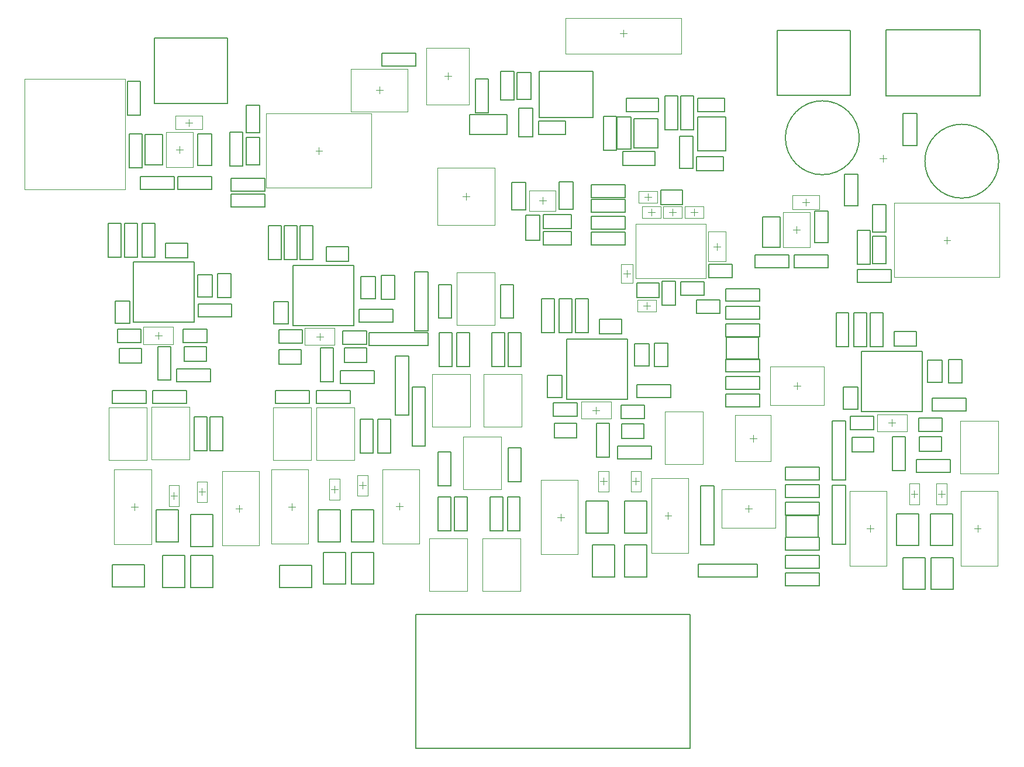
<source format=gbr>
%TF.GenerationSoftware,Altium Limited,Altium Designer,25.3.3 (18)*%
G04 Layer_Color=32768*
%FSLAX45Y45*%
%MOMM*%
%TF.SameCoordinates,7852E7E1-4E30-4CDD-8EF1-640B4E54786C*%
%TF.FilePolarity,Positive*%
%TF.FileFunction,Other,Top_Courtyard*%
%TF.Part,Single*%
G01*
G75*
%TA.AperFunction,NonConductor*%
%ADD106C,0.20000*%
%ADD146C,0.10000*%
%ADD148C,0.05000*%
D106*
X16662399Y9691700D02*
G03*
X16662399Y8621700I0J-535000D01*
G01*
D02*
G03*
X16662399Y9691700I0J535000D01*
G01*
X14643100Y8960600D02*
G03*
X14643100Y10030600I0J535000D01*
G01*
D02*
G03*
X14643100Y8960600I0J-535000D01*
G01*
X8081500Y6483600D02*
X8936500D01*
X8081500D02*
Y6673600D01*
X8936500D01*
Y6483600D02*
Y6673600D01*
X4581100Y10316100D02*
X4766100D01*
X4581100Y9826100D02*
Y10316100D01*
Y9826100D02*
X4766100D01*
Y10316100D01*
X12730320Y656750D02*
Y2594450D01*
X8758080D02*
X12730320D01*
X8758080Y656750D02*
Y2594450D01*
Y656750D02*
X12730320D01*
X5545400Y6829090D02*
Y7699710D01*
X4665400Y6829090D02*
X5545400D01*
X4665400D02*
Y7699710D01*
X5545400D01*
X13988499Y10106600D02*
Y11053600D01*
Y10106600D02*
X15048500D01*
Y11053600D01*
X13988499D02*
X15048500D01*
X10352100Y8376500D02*
X10552100D01*
X10352100Y8006500D02*
Y8376500D01*
Y8006500D02*
X10552100D01*
Y8376500D01*
X14581310Y3705692D02*
Y4026312D01*
X14120689D02*
X14581310D01*
X14120689Y3705692D02*
Y4026312D01*
Y3705692D02*
X14581310D01*
X13257091Y6286701D02*
Y6607321D01*
Y6286701D02*
X13717709D01*
Y6607321D01*
X13257091D02*
X13717709D01*
X12884399Y3598400D02*
X13074400D01*
Y4453400D01*
X12884399D02*
X13074400D01*
X12884399Y3598400D02*
Y4453400D01*
X8744200Y6697800D02*
X8934200D01*
Y7552800D01*
X8744200D02*
X8934200D01*
X8744200Y6697800D02*
Y7552800D01*
X8706100Y5888500D02*
X8896100D01*
X8706100Y5033500D02*
Y5888500D01*
Y5033500D02*
X8896100D01*
Y5888500D01*
X8464800Y5478000D02*
X8654800D01*
Y6333000D01*
X8464800D02*
X8654800D01*
X8464800Y5478000D02*
Y6333000D01*
X12844000Y3130800D02*
Y3320800D01*
Y3130800D02*
X13699001D01*
Y3320800D01*
X12844000D02*
X13699001D01*
X14789400Y4538800D02*
X14979401D01*
Y5393800D01*
X14789400D02*
X14979401D01*
X14789400Y4538800D02*
Y5393800D01*
Y4466100D02*
X14979401D01*
X14789400Y3611100D02*
Y4466100D01*
Y3611100D02*
X14979401D01*
Y4466100D01*
X10250500Y9505500D02*
X10450500D01*
Y9925500D01*
X10250500D02*
X10450500D01*
X10250500Y9505500D02*
Y9925500D01*
X4971500Y9992300D02*
Y10939300D01*
Y9992300D02*
X6031500D01*
Y10939300D01*
X4971500D02*
X6031500D01*
X15563956Y10105100D02*
Y11055100D01*
Y10105100D02*
X16925955D01*
Y11055100D01*
X15563956D02*
X16925955D01*
X5802300Y9091800D02*
Y9551800D01*
X5602300Y9091800D02*
X5802300D01*
X5602300D02*
Y9551800D01*
X5802300D01*
X4840700Y9541800D02*
X5090700D01*
X4840700Y9101800D02*
Y9541800D01*
Y9101800D02*
X5090700D01*
Y9541800D01*
X5312300Y8931700D02*
X5802300D01*
Y8746700D02*
Y8931700D01*
X5312300Y8746700D02*
X5802300D01*
X5312300D02*
Y8931700D01*
X4771500D02*
X5261500D01*
Y8746700D02*
Y8931700D01*
X4771500Y8746700D02*
X5261500D01*
X4771500D02*
Y8931700D01*
X4791500Y9064100D02*
Y9554100D01*
X4606500Y9064100D02*
X4791500D01*
X4606500D02*
Y9554100D01*
X4791500D01*
X10148900Y8448700D02*
Y8848700D01*
X10348900D01*
Y8448700D02*
Y8848700D01*
X10148900Y8448700D02*
X10348900D01*
X11034700Y8461400D02*
Y8861400D01*
X10834700Y8461400D02*
X11034700D01*
X10834700D02*
Y8861400D01*
X11034700D01*
X12934309Y7217390D02*
Y7413010D01*
X12592690D02*
X12934309D01*
X12592690Y7217390D02*
Y7413010D01*
Y7217390D02*
X12934309D01*
X12322790Y7072568D02*
X12518410D01*
Y7414188D01*
X12322790D02*
X12518410D01*
X12322790Y7072568D02*
Y7414188D01*
X12821291Y6950690D02*
Y7146310D01*
Y6950690D02*
X13162910D01*
Y7146310D01*
X12821291D02*
X13162910D01*
X13340710Y7471390D02*
Y7667010D01*
X12999091D02*
X13340710D01*
X12999091Y7471390D02*
Y7667010D01*
Y7471390D02*
X13340710D01*
X11299300Y8817400D02*
X11789300D01*
Y8632400D02*
Y8817400D01*
X11299300Y8632400D02*
X11789300D01*
X11299300D02*
Y8817400D01*
Y8175200D02*
X11789300D01*
X11299300D02*
Y8360200D01*
X11789300D01*
Y8175200D02*
Y8360200D01*
X11299300Y8131600D02*
X11789300D01*
Y7946600D02*
Y8131600D01*
X11299300Y7946600D02*
X11789300D01*
X11299300D02*
Y8131600D01*
Y8601500D02*
X11789300D01*
Y8416500D02*
Y8601500D01*
X11299300Y8416500D02*
X11789300D01*
X11299300D02*
Y8601500D01*
X11955800Y7184800D02*
X12275800D01*
X11955800D02*
Y7394800D01*
X12275800D01*
Y7184800D02*
Y7394800D01*
X12302300Y8531000D02*
X12622300D01*
X12302300D02*
Y8741000D01*
X12622300D01*
Y8531000D02*
Y8741000D01*
X9536253Y9547189D02*
X10082075D01*
X9536253D02*
Y9833011D01*
X10082075D01*
Y9547189D02*
Y9833011D01*
X12265400Y9352493D02*
Y9773707D01*
X11915400Y9352493D02*
X12265400D01*
X11915400D02*
Y9773707D01*
X12265400D01*
X10607700Y8139100D02*
X11007700D01*
Y7939100D02*
Y8139100D01*
X10607700Y7939100D02*
X11007700D01*
X10607700D02*
Y8139100D01*
X11809600Y9869500D02*
Y10069500D01*
Y9869500D02*
X12269600D01*
Y10069500D01*
X11809600D02*
X12269600D01*
X12834891Y9869500D02*
Y10069500D01*
Y9869500D02*
X13225510D01*
Y10069500D01*
X12834891D02*
X13225510D01*
X13242900Y9304793D02*
Y9796007D01*
X12842900Y9304793D02*
X13242900D01*
X12842900D02*
Y9796007D01*
X13242900D01*
X12574600Y9053700D02*
X12774600D01*
Y9513700D01*
X12574600D02*
X12774600D01*
X12574600Y9053700D02*
Y9513700D01*
X13212810Y9018600D02*
Y9218600D01*
X12822189D02*
X13212810D01*
X12822189Y9018600D02*
Y9218600D01*
Y9018600D02*
X13212810D01*
X12594800Y9610200D02*
X12779800D01*
Y10100200D01*
X12594800D02*
X12779800D01*
X12594800Y9610200D02*
Y10100200D01*
X12366200Y9610200D02*
X12551200D01*
Y10100200D01*
X12366200D02*
X12551200D01*
X12366200Y9610200D02*
Y10100200D01*
X11672900Y9333100D02*
X11872900D01*
Y9793100D01*
X11672900D02*
X11872900D01*
X11672900Y9333100D02*
Y9793100D01*
X11477200Y9318100D02*
X11662200D01*
Y9808100D01*
X11477200D02*
X11662200D01*
X11477200Y9318100D02*
Y9808100D01*
X11758800Y9094800D02*
Y9294800D01*
Y9094800D02*
X12218800D01*
Y9294800D01*
X11758800D02*
X12218800D01*
X14962199Y8967600D02*
X15162199D01*
X14962199Y8507600D02*
Y8967600D01*
Y8507600D02*
X15162199D01*
Y8967600D01*
X14530400Y8434100D02*
X14730400D01*
X14530400Y7974100D02*
Y8434100D01*
Y7974100D02*
X14730400D01*
Y8434100D01*
X15813100Y9383900D02*
Y9843900D01*
X16013100D01*
Y9383900D02*
Y9843900D01*
X15813100Y9383900D02*
X16013100D01*
X13669676Y7616400D02*
Y7801400D01*
Y7616400D02*
X14159676D01*
Y7801400D01*
X13669676D02*
X14159676D01*
X13781500Y8348000D02*
X14031500D01*
X13781500Y7908000D02*
Y8348000D01*
Y7908000D02*
X14031500D01*
Y8348000D01*
X14233000Y7801400D02*
X14723000D01*
Y7616400D02*
Y7801400D01*
X14233000Y7616400D02*
X14723000D01*
X14233000D02*
Y7801400D01*
X15568600Y8131200D02*
Y8531200D01*
X15368600Y8131200D02*
X15568600D01*
X15368600D02*
Y8531200D01*
X15568600D01*
X15368600Y7674000D02*
Y8074000D01*
X15568600D01*
Y7674000D02*
Y8074000D01*
X15368600Y7674000D02*
X15568600D01*
X15332500Y7667100D02*
Y8157100D01*
X15147501Y7667100D02*
X15332500D01*
X15147501D02*
Y8157100D01*
X15332500D01*
X15147400Y7400500D02*
Y7585500D01*
Y7400500D02*
X15637399D01*
Y7585500D01*
X15147400D02*
X15637399D01*
X10664600Y5732800D02*
Y6052800D01*
X10874600D01*
Y5732800D02*
Y6052800D01*
X10664600Y5732800D02*
X10874600D01*
X6079600Y8492700D02*
X6569600D01*
X6079600D02*
Y8677700D01*
X6569600D01*
Y8492700D02*
Y8677700D01*
X6079600Y8906300D02*
X6569600D01*
Y8721300D02*
Y8906300D01*
X6079600Y8721300D02*
X6569600D01*
X6079600D02*
Y8906300D01*
X6500800Y9566300D02*
Y9966300D01*
X6300800Y9566300D02*
X6500800D01*
X6300800D02*
Y9966300D01*
X6500800D01*
X6252000Y9089500D02*
Y9579500D01*
X6067000Y9089500D02*
X6252000D01*
X6067000D02*
Y9579500D01*
X6252000D01*
X6300800Y9102583D02*
X6500800D01*
Y9502583D01*
X6300800D02*
X6500800D01*
X6300800Y9102583D02*
Y9502583D01*
X9089600Y6881200D02*
X9274600D01*
Y7371200D01*
X9089600D02*
X9274600D01*
X9089600Y6881200D02*
Y7371200D01*
X10607700Y8180400D02*
Y8380400D01*
Y8180400D02*
X11007700D01*
Y8380400D01*
X10607700D02*
X11007700D01*
X10536190Y9739300D02*
X10926810D01*
Y9539300D02*
Y9739300D01*
X10536190Y9539300D02*
X10926810D01*
X10536190D02*
Y9739300D01*
X10225100Y10053590D02*
Y10444210D01*
X10425100D01*
Y10053590D02*
Y10444210D01*
X10225100Y10053590D02*
X10425100D01*
X10544985Y10457150D02*
X11324415D01*
Y9786650D02*
Y10457150D01*
X10544985Y9786650D02*
X11324415D01*
X10544985D02*
Y10457150D01*
X10183800Y10038900D02*
Y10458900D01*
X9983800Y10038900D02*
X10183800D01*
X9983800D02*
Y10458900D01*
X10183800D01*
X9623000Y9855100D02*
X9808000D01*
Y10345100D01*
X9623000D02*
X9808000D01*
X9623000Y9855100D02*
Y10345100D01*
X8754000Y10537400D02*
Y10722400D01*
X8264000D02*
X8754000D01*
X8264000Y10537400D02*
Y10722400D01*
Y10537400D02*
X8754000D01*
X7375100Y5965300D02*
X7560100D01*
Y6455300D01*
X7375100D02*
X7560100D01*
X7375100Y5965300D02*
Y6455300D01*
X7319553Y5834917D02*
X7809553D01*
Y5649917D02*
Y5834917D01*
X7319553Y5649917D02*
X7809553D01*
X7319553D02*
Y5834917D01*
X7726700Y6245000D02*
Y6455000D01*
Y6245000D02*
X8046700D01*
Y6455000D01*
X7726700D02*
X8046700D01*
X7667100Y5940000D02*
Y6125000D01*
Y5940000D02*
X8157100D01*
Y6125000D01*
X7667100D02*
X8157100D01*
X7954653Y4925917D02*
Y5415917D01*
X8139653D01*
Y4925917D02*
Y5415917D01*
X7954653Y4925917D02*
X8139653D01*
X8394800D02*
Y5415917D01*
X8209800Y4925917D02*
X8394800D01*
X8209800D02*
Y5415917D01*
X8394800D01*
X6982400Y7644348D02*
X7862400D01*
X6982400Y6773728D02*
Y7644348D01*
Y6773728D02*
X7862400D01*
Y7644348D01*
X7460000Y7705500D02*
Y7915500D01*
Y7705500D02*
X7780000D01*
Y7915500D01*
X7460000D02*
X7780000D01*
X7703190Y6506190D02*
Y6701810D01*
Y6506190D02*
X8044810D01*
Y6701810D01*
X7703190D02*
X8044810D01*
X7959500Y7167900D02*
X8169500D01*
Y7487900D01*
X7959500D02*
X8169500D01*
X7959500Y7167900D02*
Y7487900D01*
X7933800Y6829000D02*
Y7014000D01*
Y6829000D02*
X8423800D01*
Y7014000D01*
X7933800D02*
X8423800D01*
X8258790Y7157090D02*
X8454410D01*
Y7498710D01*
X8258790D02*
X8454410D01*
X8258790Y7157090D02*
Y7498710D01*
X6722653Y5834917D02*
X7212653D01*
Y5649917D02*
Y5834917D01*
X6722653Y5649917D02*
X7212653D01*
X6722653D02*
Y5834917D01*
X7666010Y3643190D02*
Y4103810D01*
X7345390Y3643190D02*
X7666010D01*
X7345390D02*
Y4103810D01*
X7666010D01*
X7421960Y3028639D02*
Y3489259D01*
X7742580D01*
Y3028639D02*
Y3489259D01*
X7421960Y3028639D02*
X7742580D01*
X8148980D02*
Y3489259D01*
X7828360Y3028639D02*
X8148980D01*
X7828360D02*
Y3489259D01*
X8148980D01*
X7828360Y3643594D02*
Y4104214D01*
X8148980D01*
Y3643594D02*
Y4104214D01*
X7828360Y3643594D02*
X8148980D01*
X6788143Y3299227D02*
X7248763D01*
Y2978607D02*
Y3299227D01*
X6788143Y2978607D02*
X7248763D01*
X6788143D02*
Y3299227D01*
X7094200Y6219600D02*
Y6429600D01*
X6774200D02*
X7094200D01*
X6774200Y6219600D02*
Y6429600D01*
Y6219600D02*
X7094200D01*
X7117710Y6518890D02*
Y6714510D01*
X6776090D02*
X7117710D01*
X6776090Y6518890D02*
Y6714510D01*
Y6518890D02*
X7117710D01*
X6702200Y6799600D02*
X6912200D01*
Y7119600D01*
X6702200D02*
X6912200D01*
X6702200Y6799600D02*
Y7119600D01*
X7083000Y8220600D02*
X7268000D01*
X7083000Y7730600D02*
Y8220600D01*
Y7730600D02*
X7268000D01*
Y8220600D01*
X6854400D02*
X7039400D01*
X6854400Y7730600D02*
Y8220600D01*
Y7730600D02*
X7039400D01*
Y8220600D01*
X6625800D02*
X6810800D01*
X6625800Y7730600D02*
Y8220600D01*
Y7730600D02*
X6810800D01*
Y8220600D01*
X9988500Y6881201D02*
X10173500D01*
Y7371201D01*
X9988500D02*
X10173500D01*
X9988500Y6881201D02*
Y7371201D01*
X9857227Y6183755D02*
X10042227D01*
Y6673755D01*
X9857227D02*
X10042227D01*
X9857227Y6183755D02*
Y6673755D01*
X10099697Y6183755D02*
X10284697D01*
Y6673755D01*
X10099697D02*
X10284697D01*
X10099697Y6183755D02*
Y6673755D01*
X9100528Y6183754D02*
X9285528D01*
Y6673754D01*
X9100528D02*
X9285528D01*
X9100528Y6183754D02*
Y6673754D01*
X9349408Y6183754D02*
X9534407D01*
Y6673754D01*
X9349408D02*
X9534407D01*
X9349408Y6183754D02*
Y6673754D01*
X10094438Y4515807D02*
X10279438D01*
Y5005807D01*
X10094438D02*
X10279438D01*
X10094438Y4515807D02*
Y5005807D01*
X9834243Y3805661D02*
X10019243D01*
Y4295661D01*
X9834243D02*
X10019243D01*
X9834243Y3805661D02*
Y4295661D01*
X10083311Y3805661D02*
X10268311D01*
Y4295661D01*
X10083311D02*
X10268311D01*
X10083311Y3805661D02*
Y4295661D01*
X9081659Y3805661D02*
X9266659D01*
Y4295661D01*
X9081659D02*
X9266659D01*
X9081659Y3805661D02*
Y4295661D01*
X9313671Y3805660D02*
X9498671D01*
Y4295660D01*
X9313671D02*
X9498671D01*
X9313671Y3805660D02*
Y4295660D01*
X9076900Y4454000D02*
X9261900D01*
Y4944000D01*
X9076900D02*
X9261900D01*
X9076900Y4454000D02*
Y4944000D01*
X16541405Y2952444D02*
Y3413064D01*
X16220786Y2952444D02*
X16541405D01*
X16220786D02*
Y3413064D01*
X16541405D01*
X15814384Y2952444D02*
Y3413064D01*
X16135005D01*
Y2952444D02*
Y3413064D01*
X15814384Y2952444D02*
X16135005D01*
X16040910Y3586790D02*
Y4047410D01*
X15720290Y3586790D02*
X16040910D01*
X15720290D02*
Y4047410D01*
X16040910D01*
X16208086Y3587444D02*
Y4048064D01*
X16528705D01*
Y3587444D02*
Y4048064D01*
X16208086Y3587444D02*
X16528705D01*
X10575500Y7166500D02*
X10760500D01*
X10575500Y6676500D02*
Y7166500D01*
Y6676500D02*
X10760500D01*
Y7166500D01*
X11959700Y5736800D02*
Y5921800D01*
Y5736800D02*
X12449700D01*
Y5921800D01*
X11959700D02*
X12449700D01*
X11314172Y3135190D02*
Y3595810D01*
X11634792D01*
Y3135190D02*
Y3595810D01*
X11314172Y3135190D02*
X11634792D01*
X11784072Y3770190D02*
Y4230810D01*
X12104692D01*
Y3770190D02*
Y4230810D01*
X11784072Y3770190D02*
X12104692D01*
X12104691Y3135190D02*
Y3595810D01*
X11784071Y3135190D02*
X12104691D01*
X11784071D02*
Y3595810D01*
X12104691D01*
X11539510Y3770190D02*
Y4230810D01*
X11218890Y3770190D02*
X11539510D01*
X11218890D02*
Y4230810D01*
X11539510D01*
X11819200Y5711490D02*
Y6582110D01*
X10939200Y5711490D02*
X11819200D01*
X10939200D02*
Y6582110D01*
X11819200D01*
X11680300Y4847800D02*
Y5032800D01*
Y4847800D02*
X12170300D01*
Y5032800D01*
X11680300D02*
X12170300D01*
X11375600Y4873100D02*
X11560600D01*
Y5363100D01*
X11375600D02*
X11560600D01*
X11375600Y4873100D02*
Y5363100D01*
X13242400Y6796945D02*
X13732401D01*
Y6611945D02*
Y6796945D01*
X13242400Y6611945D02*
X13732401D01*
X13242400D02*
Y6796945D01*
Y6034700D02*
X13732401D01*
Y5849701D02*
Y6034700D01*
X13242400Y5849701D02*
X13732401D01*
X13242400D02*
Y6034700D01*
Y7311811D02*
X13732401D01*
Y7126811D02*
Y7311811D01*
X13242400Y7126811D02*
X13732401D01*
X13242400D02*
Y7311811D01*
Y7056389D02*
X13732401D01*
Y6871389D02*
Y7056389D01*
X13242400Y6871389D02*
X13732401D01*
X13242400D02*
Y7056389D01*
X14106000Y4032166D02*
X14596001D01*
X14106000D02*
Y4217166D01*
X14596001D01*
Y4032166D02*
Y4217166D01*
X14106000Y3524707D02*
X14596001D01*
X14106000D02*
Y3709707D01*
X14596001D01*
Y3524707D02*
Y3709707D01*
X14106000Y3005851D02*
X14596001D01*
X14106000D02*
Y3190851D01*
X14596001D01*
Y3005851D02*
Y3190851D01*
X14106000Y3264254D02*
X14596001D01*
X14106000D02*
Y3449254D01*
X14596001D01*
Y3264254D02*
Y3449254D01*
X14106000Y4285241D02*
X14596001D01*
X14106000D02*
Y4470241D01*
X14596001D01*
Y4285241D02*
Y4470241D01*
X13242400Y6288112D02*
X13732401D01*
Y6103112D02*
Y6288112D01*
X13242400Y6103112D02*
X13732401D01*
X13242400D02*
Y6288112D01*
X13242400Y5786831D02*
X13732401D01*
Y5601832D02*
Y5786831D01*
X13242400Y5601832D02*
X13732401D01*
X13242400D02*
Y5786831D01*
X14106000Y4537665D02*
X14596001D01*
X14106000D02*
Y4722664D01*
X14596001D01*
Y4537665D02*
Y4722664D01*
X16003900Y4651700D02*
Y4836700D01*
Y4651700D02*
X16493900D01*
Y4836700D01*
X16003900D02*
X16493900D01*
X11070800Y7166500D02*
X11255800D01*
X11070800Y6676500D02*
Y7166500D01*
Y6676500D02*
X11255800D01*
Y7166500D01*
X11416429Y6863592D02*
X11736429D01*
Y6653591D02*
Y6863592D01*
X11416429Y6653591D02*
X11736429D01*
X11416429D02*
Y6863592D01*
X10829500Y7166500D02*
X11014500D01*
X10829500Y6676500D02*
Y7166500D01*
Y6676500D02*
X11014500D01*
Y7166500D01*
X11729090Y5426690D02*
Y5622310D01*
Y5426690D02*
X12070710D01*
Y5622310D01*
X11729090D02*
X12070710D01*
X12208490Y6179190D02*
X12404110D01*
Y6520810D01*
X12208490D02*
X12404110D01*
X12208490Y6179190D02*
Y6520810D01*
X11921900Y6190000D02*
X12131900D01*
Y6510000D01*
X11921900D02*
X12131900D01*
X11921900Y6190000D02*
Y6510000D01*
X11739900Y5140100D02*
Y5350100D01*
Y5140100D02*
X12059900D01*
Y5350100D01*
X11739900D02*
X12059900D01*
X11092810Y5464790D02*
Y5660410D01*
X10751190D02*
X11092810D01*
X10751190Y5464790D02*
Y5660410D01*
Y5464790D02*
X11092810D01*
X11082000Y5152800D02*
Y5362800D01*
X10762000D02*
X11082000D01*
X10762000Y5152800D02*
Y5362800D01*
Y5152800D02*
X11082000D01*
X16092000Y5528090D02*
Y6398710D01*
X15212000Y5528090D02*
X16092000D01*
X15212000D02*
Y6398710D01*
X16092000D01*
X16232500Y5540700D02*
Y5725700D01*
Y5540700D02*
X16722501D01*
Y5725700D01*
X16232500D02*
X16722501D01*
X15656912Y4671654D02*
X15841911D01*
Y5161654D01*
X15656912D02*
X15841911D01*
X15656912Y4671654D02*
Y5161654D01*
X15391010Y5268690D02*
Y5464310D01*
X15049390D02*
X15391010D01*
X15049390Y5268690D02*
Y5464310D01*
Y5268690D02*
X15391010D01*
X16039990Y5243290D02*
Y5438910D01*
Y5243290D02*
X16381610D01*
Y5438910D01*
X16039990D02*
X16381610D01*
X15391010Y4943513D02*
Y5153513D01*
X15071008D02*
X15391010D01*
X15071008Y4943513D02*
Y5153513D01*
Y4943513D02*
X15391010D01*
X16050800Y4951654D02*
Y5161654D01*
Y4951654D02*
X16370799D01*
Y5161654D01*
X16050800D02*
X16370799D01*
X14950101Y5562100D02*
X15160100D01*
Y5882100D01*
X14950101D02*
X15160100D01*
X14950101Y5562100D02*
Y5882100D01*
X16468590Y5944990D02*
X16664211D01*
Y6286610D01*
X16468590D02*
X16664211D01*
X16468590Y5944990D02*
Y6286610D01*
X16169299Y5955800D02*
X16379300D01*
Y6275800D01*
X16169299D02*
X16379300D01*
X16169299Y5955800D02*
Y6275800D01*
X15687544Y6480846D02*
Y6690846D01*
Y6480846D02*
X16007545D01*
Y6690846D01*
X15687544D02*
X16007545D01*
X15337567Y6957700D02*
X15522568D01*
X15337567Y6467700D02*
Y6957700D01*
Y6467700D02*
X15522568D01*
Y6957700D01*
X15096339Y6957700D02*
X15281340D01*
X15096339Y6467700D02*
Y6957700D01*
Y6467700D02*
X15281340D01*
Y6957700D01*
X14842249Y6957700D02*
X15027248D01*
X14842249Y6467700D02*
Y6957700D01*
Y6467700D02*
X15027248D01*
Y6957700D01*
X4365100Y5832900D02*
X4855100D01*
Y5647900D02*
Y5832900D01*
X4365100Y5647900D02*
X4855100D01*
X4365100D02*
Y5832900D01*
X4367090Y2989290D02*
Y3309910D01*
Y2989290D02*
X4827710D01*
Y3309910D01*
X4367090D02*
X4827710D01*
X5502250Y3575622D02*
X5822870D01*
Y4036242D01*
X5502250D02*
X5822870D01*
X5502250Y3575622D02*
Y4036242D01*
X5095850Y2982790D02*
X5416470D01*
Y3443410D01*
X5095850D02*
X5416470D01*
X5095850Y2982790D02*
Y3443410D01*
X4995890Y4103810D02*
X5316510D01*
X4995890Y3643190D02*
Y4103810D01*
Y3643190D02*
X5316510D01*
Y4103810D01*
X5546300Y4962000D02*
Y5452000D01*
X5731300D01*
Y4962000D02*
Y5452000D01*
X5546300Y4962000D02*
X5731300D01*
X5502250Y3443410D02*
X5822870D01*
X5502250Y2982790D02*
Y3443410D01*
Y2982790D02*
X5822870D01*
Y3443410D01*
X5961329Y4962000D02*
Y5452000D01*
X5776330Y4962000D02*
X5961329D01*
X5776330D02*
Y5452000D01*
X5961329D01*
X5292200Y6150400D02*
X5782200D01*
Y5965400D02*
Y6150400D01*
X5292200Y5965400D02*
X5782200D01*
X5292200D02*
Y6150400D01*
X5402600Y6467700D02*
X5722600D01*
Y6257700D02*
Y6467700D01*
X5402600Y6257700D02*
X5722600D01*
X5402600D02*
Y6467700D01*
X4486700Y7768700D02*
Y8258700D01*
X4301700Y7768700D02*
X4486700D01*
X4301700D02*
Y8258700D01*
X4486700D01*
X4728000Y7768700D02*
Y8258700D01*
X4543000Y7768700D02*
X4728000D01*
X4543000D02*
Y8258700D01*
X4728000D01*
X4981997Y7763396D02*
Y8253396D01*
X4796997Y7763396D02*
X4981997D01*
X4796997D02*
Y8253396D01*
X4981997D01*
X4439290Y6531590D02*
X4780910D01*
X4439290D02*
Y6727210D01*
X4780910D01*
Y6531590D02*
Y6727210D01*
X4462800Y6232300D02*
X4782800D01*
X4462800D02*
Y6442300D01*
X4782800D01*
Y6232300D02*
Y6442300D01*
X5025603Y5983304D02*
Y6473304D01*
X5210603D01*
Y5983304D02*
Y6473304D01*
X5025603Y5983304D02*
X5210603D01*
X5391790Y6727210D02*
X5733410D01*
Y6531590D02*
Y6727210D01*
X5391790Y6531590D02*
X5733410D01*
X5391790D02*
Y6727210D01*
X5597300Y7193300D02*
Y7513300D01*
X5807300D01*
Y7193300D02*
Y7513300D01*
X5597300Y7193300D02*
X5807300D01*
X5883890Y7182490D02*
Y7524110D01*
X6079510D01*
Y7182490D02*
Y7524110D01*
X5883890Y7182490D02*
X6079510D01*
X4949640Y5832900D02*
X5439640D01*
Y5647900D02*
Y5832900D01*
X4949640Y5647900D02*
X5439640D01*
X4949640D02*
Y5832900D01*
X5135900Y7966300D02*
X5455900D01*
Y7756300D02*
Y7966300D01*
X5135900Y7756300D02*
X5455900D01*
X5135900D02*
Y7966300D01*
X4403500Y6812300D02*
Y7132300D01*
X4613500D01*
Y6812300D02*
Y7132300D01*
X4403500Y6812300D02*
X4613500D01*
X5604400Y6905200D02*
Y7090200D01*
Y6905200D02*
X6094400D01*
Y7090200D01*
X5604400D02*
X6094400D01*
D146*
X4633658Y4149042D02*
X4733658D01*
X4683658Y4099042D02*
Y4199042D01*
X9220200Y10338600D02*
Y10438600D01*
X9170200Y10388600D02*
X9270200D01*
X8179600Y10185400D02*
X8279600D01*
X8229600Y10135400D02*
Y10235400D01*
X12172800Y8370100D02*
Y8470100D01*
X12122800Y8420100D02*
X12222800D01*
X9485700Y8596600D02*
Y8696600D01*
X9435700Y8646600D02*
X9535700D01*
X5290100Y9319800D02*
X5390100D01*
X5340100Y9269800D02*
Y9369800D01*
X5423700Y9715500D02*
X5523700D01*
X5473700Y9665500D02*
Y9765500D01*
X10541800Y8585200D02*
X10641800D01*
X10591800Y8535200D02*
Y8635200D01*
X13639799Y5093500D02*
Y5193500D01*
X13589799Y5143500D02*
X13689799D01*
X12053100Y7061200D02*
X12153100D01*
X12103100Y7011200D02*
Y7111200D01*
X12427900Y8420100D02*
X12527900D01*
X12477900Y8370100D02*
Y8470100D01*
X12738900Y8420100D02*
X12838901D01*
X12788900Y8370100D02*
Y8470100D01*
X11811000Y7481100D02*
Y7581100D01*
X11761000Y7531100D02*
X11861000D01*
X12065800Y8636000D02*
X12165800D01*
X12115800Y8586000D02*
Y8686000D01*
X13119099Y7868700D02*
Y7968700D01*
X13069099Y7918700D02*
X13169099D01*
X15469400Y9194800D02*
X15569400D01*
X15519400Y9144800D02*
Y9244800D01*
X16449001Y7963700D02*
Y8063700D01*
X16399001Y8013700D02*
X16499001D01*
X14218700Y8164100D02*
X14318700D01*
X14268700Y8114100D02*
Y8214100D01*
X14351801Y8559800D02*
X14451801D01*
X14401801Y8509800D02*
Y8609800D01*
X7305800Y9309100D02*
X7405800D01*
X7355800Y9259100D02*
Y9359100D01*
X15283891Y3838348D02*
X15383890D01*
X15333891Y3788349D02*
Y3888348D01*
X14224800Y5905500D02*
X14324800D01*
X14274800Y5855500D02*
Y5955500D01*
X13576300Y4077500D02*
Y4177500D01*
X13526300Y4127500D02*
X13626300D01*
X6909600Y4152900D02*
X7009600D01*
X6959600Y4102900D02*
Y4202900D01*
X8470670Y4154916D02*
X8570670D01*
X8520670Y4104916D02*
Y4204916D01*
X7532866Y4402607D02*
X7632866D01*
X7582866Y4352607D02*
Y4452607D01*
X7938670Y4460107D02*
X8038670D01*
X7988670Y4410107D02*
Y4510107D01*
X7366000Y6566700D02*
Y6666700D01*
X7316000Y6616700D02*
X7416000D01*
X10858500Y3950500D02*
Y4050500D01*
X10808500Y4000500D02*
X10908500D01*
X12410594Y3971094D02*
Y4071094D01*
X12360595Y4021094D02*
X12460594D01*
X16890509Y3788349D02*
Y3888348D01*
X16840509Y3838348D02*
X16940509D01*
X15975290Y4286841D02*
Y4386841D01*
X15925290Y4336841D02*
X16025290D01*
X16368394Y4286841D02*
Y4386841D01*
X16318394Y4336841D02*
X16418394D01*
X11366500Y5499900D02*
Y5599900D01*
X11316500Y5549900D02*
X11416500D01*
X11944381Y4469587D02*
Y4569587D01*
X11894382Y4519587D02*
X11994381D01*
X11474481Y4469587D02*
Y4569587D01*
X11424482Y4519587D02*
X11524481D01*
X15652000Y5316500D02*
Y5416500D01*
X15602000Y5366500D02*
X15702000D01*
X4979200Y6629400D02*
X5079200D01*
X5029200Y6579400D02*
Y6679400D01*
X6197255Y4077500D02*
Y4177500D01*
X6147255Y4127500D02*
X6247254D01*
X5256756Y4259687D02*
Y4359687D01*
X5206756Y4309687D02*
X5306755D01*
X5662560Y4317187D02*
Y4417187D01*
X5612560Y4367187D02*
X5712560D01*
D148*
X4553600Y8743800D02*
Y10345800D01*
X3093600Y8743800D02*
X4553600D01*
X3093600D02*
Y10345800D01*
X4553600D01*
X4926658Y3609042D02*
Y4689042D01*
X4391658Y3609042D02*
Y4689042D01*
Y3609042D02*
X4926658D01*
X4391658Y4689042D02*
X4926658D01*
X12597700Y10710900D02*
Y11225900D01*
X10922700D02*
X12597700D01*
X10922700Y10710900D02*
Y11225900D01*
Y10710900D02*
X12597700D01*
X11710200Y11010900D02*
X11810200D01*
X11760200Y10960900D02*
Y11060900D01*
X9530200Y9978600D02*
Y10798600D01*
X8910200Y9978600D02*
X9530200D01*
X8910200D02*
Y10798600D01*
X9530200D01*
X7819600Y10495400D02*
X8639600D01*
Y9875400D02*
Y10495400D01*
X7819600Y9875400D02*
X8639600D01*
X7819600D02*
Y10495400D01*
X5482000Y4839700D02*
Y5599700D01*
X4932000Y4839700D02*
X5482000D01*
X4932000D02*
Y5599700D01*
X5482000D01*
X11939400Y7463200D02*
X12959399D01*
X11939400Y8244200D02*
X12959399D01*
X11939400Y7463200D02*
Y8244200D01*
X12959399Y7463200D02*
Y8244200D01*
X12037800Y8505100D02*
X12307800D01*
X12037800Y8335100D02*
X12307800D01*
X12037800D02*
Y8505100D01*
X12307800Y8335100D02*
Y8505100D01*
X9070700Y9061600D02*
X9900700D01*
X9070700Y8231600D02*
X9900700D01*
X9070700D02*
Y9061600D01*
X9900700Y8231600D02*
Y9061600D01*
X5145100Y9064800D02*
Y9574800D01*
X5535100Y9064800D02*
Y9574800D01*
X5145100Y9064800D02*
X5535100D01*
X5145100Y9574800D02*
X5535100D01*
X5668700Y9615500D02*
Y9815500D01*
X5278700Y9615500D02*
Y9815500D01*
Y9615500D02*
X5668700D01*
X5278700Y9815500D02*
X5668700D01*
X10781800Y8437700D02*
Y8732700D01*
X10401800D02*
X10781800D01*
X10401800Y8437700D02*
Y8732700D01*
Y8437700D02*
X10781800D01*
X13379800Y5478500D02*
X13899800D01*
X13379800Y4808500D02*
X13899800D01*
Y5478500D01*
X13379800Y4808500D02*
Y5478500D01*
X9351600Y6784300D02*
Y7544300D01*
X9901600D01*
Y6784300D02*
Y7544300D01*
X9351600Y6784300D02*
X9901600D01*
X11968100Y6976200D02*
Y7146200D01*
X12238100Y6976200D02*
Y7146200D01*
X11968100D02*
X12238100D01*
X11968100Y6976200D02*
X12238100D01*
X12342900Y8335100D02*
Y8505100D01*
X12612900Y8335100D02*
Y8505100D01*
X12342900D02*
X12612900D01*
X12342900Y8335100D02*
X12612900D01*
X12923900D02*
Y8505100D01*
X12653900Y8335100D02*
Y8505100D01*
Y8335100D02*
X12923900D01*
X12653900Y8505100D02*
X12923900D01*
X11726000Y7396100D02*
X11896000D01*
X11726000Y7666100D02*
X11896000D01*
X11726000Y7396100D02*
Y7666100D01*
X11896000Y7396100D02*
Y7666100D01*
X12250800Y8551000D02*
Y8721000D01*
X11980800Y8551000D02*
Y8721000D01*
Y8551000D02*
X12250800D01*
X11980800Y8721000D02*
X12250800D01*
X12994099Y8133700D02*
X13244099D01*
X12994099Y7703700D02*
X13244099D01*
Y8133700D01*
X12994099Y7703700D02*
Y8133700D01*
X15686501Y7473700D02*
X17211501D01*
X15686501Y8553700D02*
X17211501D01*
Y7473700D02*
Y8553700D01*
X15686501Y7473700D02*
Y8553700D01*
X14073700Y7909100D02*
Y8419100D01*
X14463699Y7909100D02*
Y8419100D01*
X14073700Y7909100D02*
X14463699D01*
X14073700Y8419100D02*
X14463699D01*
X14596800Y8459800D02*
Y8659800D01*
X14206799Y8459800D02*
Y8659800D01*
Y8459800D02*
X14596800D01*
X14206799Y8659800D02*
X14596800D01*
X6593300Y8769100D02*
Y9849100D01*
X8118300Y8769100D02*
Y9849100D01*
X6593300D02*
X8118300D01*
X6593300Y8769100D02*
X8118300D01*
X15576891Y3298348D02*
Y4378348D01*
X15041891Y3298348D02*
Y4378348D01*
Y3298348D02*
X15576891D01*
X15041891Y4378348D02*
X15576891D01*
X14664799Y5625500D02*
Y6185500D01*
X13884801Y5625500D02*
Y6185500D01*
Y5625500D02*
X14664799D01*
X13884801Y6185500D02*
X14664799D01*
X9725811Y2933007D02*
X10275811D01*
Y3693007D01*
X9725811D02*
X10275811D01*
X9725811Y2933007D02*
Y3693007D01*
X13186301Y3847500D02*
X13966299D01*
X13186301Y4407500D02*
X13966299D01*
Y3847500D02*
Y4407500D01*
X13186301Y3847500D02*
Y4407500D01*
X7202600Y3612900D02*
Y4692900D01*
X6667600Y3612900D02*
Y4692900D01*
Y3612900D02*
X7202600D01*
X6667600Y4692900D02*
X7202600D01*
X8277670Y3614916D02*
Y4694916D01*
X8812670Y3614916D02*
Y4694916D01*
X8277670D02*
X8812670D01*
X8277670Y3614916D02*
X8812670D01*
X7314953Y5589017D02*
X7864953D01*
X7314953Y4829017D02*
Y5589017D01*
Y4829017D02*
X7864953D01*
Y5589017D01*
X6692653D02*
X7242653D01*
X6692653Y4829017D02*
Y5589017D01*
Y4829017D02*
X7242653D01*
Y5589017D01*
X7507866Y4552607D02*
X7657866D01*
X7507866Y4252607D02*
Y4552607D01*
Y4252607D02*
X7657866D01*
Y4552607D01*
X7913670Y4310107D02*
X8063670D01*
Y4610107D01*
X7913670D02*
X8063670D01*
X7913670Y4310107D02*
Y4610107D01*
X7151000Y6741700D02*
X7581000D01*
X7151000Y6491700D02*
X7581000D01*
X7151000D02*
Y6741700D01*
X7581000Y6491700D02*
Y6741700D01*
X9447336Y4406207D02*
X9997336D01*
Y5166207D01*
X9447336D02*
X9997336D01*
X9447336Y4406207D02*
Y5166207D01*
X8991908Y5311102D02*
X9541908D01*
Y6071102D01*
X8991908D02*
X9541908D01*
X8991908Y5311102D02*
Y6071102D01*
X8956171Y2933007D02*
X9506171D01*
Y3693007D01*
X8956171D02*
X9506171D01*
X8956171Y2933007D02*
Y3693007D01*
X9742197Y5311102D02*
X10292197D01*
Y6071102D01*
X9742197D02*
X10292197D01*
X9742197Y5311102D02*
Y6071102D01*
X10566500Y4540500D02*
X11101500D01*
X10566500Y3460500D02*
X11101500D01*
X10566500D02*
Y4540500D01*
X11101500Y3460500D02*
Y4540500D01*
X12167594Y3481094D02*
X12702594D01*
X12167594Y4561094D02*
X12702594D01*
Y3481094D02*
Y4561094D01*
X12167594Y3481094D02*
Y4561094D01*
X16647508Y3298348D02*
X17182509D01*
X16647508Y4378348D02*
X17182509D01*
Y3298348D02*
Y4378348D01*
X16647508Y3298348D02*
Y4378348D01*
X12361500Y5530200D02*
X12911501D01*
X12361500Y4770200D02*
Y5530200D01*
Y4770200D02*
X12911501D01*
Y5530200D01*
X16638284Y5391554D02*
X17188284D01*
X16638284Y4631554D02*
Y5391554D01*
Y4631554D02*
X17188284D01*
Y5391554D01*
X16050290Y4186841D02*
Y4486841D01*
X15900290Y4186841D02*
X16050290D01*
X15900290D02*
Y4486841D01*
X16050290D01*
X16293394Y4186841D02*
Y4486841D01*
X16443394D01*
Y4186841D02*
Y4486841D01*
X16293394Y4186841D02*
X16443394D01*
X11151500Y5674900D02*
X11581500D01*
X11151500Y5424900D02*
X11581500D01*
X11151500D02*
Y5674900D01*
X11581500Y5424900D02*
Y5674900D01*
X11869381Y4369587D02*
Y4669587D01*
X12019382D01*
Y4369587D02*
Y4669587D01*
X11869381Y4369587D02*
X12019382D01*
X11549482D02*
Y4669587D01*
X11399481Y4369587D02*
X11549482D01*
X11399481D02*
Y4669587D01*
X11549482D01*
X15437000Y5491500D02*
X15867000D01*
X15437000Y5241500D02*
X15867000D01*
X15437000D02*
Y5491500D01*
X15867000Y5241500D02*
Y5491500D01*
X5244200Y6504400D02*
Y6754400D01*
X4814200Y6504400D02*
Y6754400D01*
Y6504400D02*
X5244200D01*
X4814200Y6754400D02*
X5244200D01*
X4309700Y5587000D02*
X4859700D01*
X4309700Y4827000D02*
Y5587000D01*
Y4827000D02*
X4859700D01*
Y5587000D01*
X5954255Y3587500D02*
X6489254D01*
X5954255Y4667500D02*
X6489254D01*
Y3587500D02*
Y4667500D01*
X5954255Y3587500D02*
Y4667500D01*
X5331756Y4159687D02*
Y4459687D01*
X5181755Y4159687D02*
X5331756D01*
X5181755D02*
Y4459687D01*
X5331756D01*
X5587560Y4217187D02*
Y4517187D01*
X5737560D01*
Y4217187D02*
Y4517187D01*
X5587560Y4217187D02*
X5737560D01*
%TF.MD5,ba15a82d145cc7bdf865d3dc45ee70d9*%
M02*

</source>
